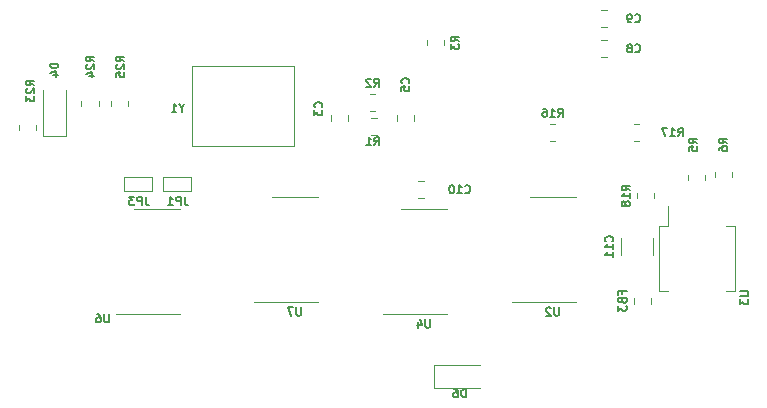
<source format=gbr>
G04 #@! TF.GenerationSoftware,KiCad,Pcbnew,5.1.5+dfsg1-2build2*
G04 #@! TF.CreationDate,2022-10-10T15:32:11+01:00*
G04 #@! TF.ProjectId,psion-speech-sp0256al2,7073696f-6e2d-4737-9065-6563682d7370,rev?*
G04 #@! TF.SameCoordinates,Original*
G04 #@! TF.FileFunction,Legend,Bot*
G04 #@! TF.FilePolarity,Positive*
%FSLAX46Y46*%
G04 Gerber Fmt 4.6, Leading zero omitted, Abs format (unit mm)*
G04 Created by KiCad (PCBNEW 5.1.5+dfsg1-2build2) date 2022-10-10 15:32:11*
%MOMM*%
%LPD*%
G04 APERTURE LIST*
%ADD10C,0.120000*%
%ADD11C,0.150000*%
G04 APERTURE END LIST*
D10*
X68300000Y-102800000D02*
X68200000Y-102800000D01*
X68300000Y-109600000D02*
X68300000Y-102800000D01*
X59600000Y-109600000D02*
X68300000Y-109600000D01*
X59600000Y-102800000D02*
X59600000Y-109600000D01*
X68200000Y-102800000D02*
X59600000Y-102800000D01*
X79248000Y-123815000D02*
X75798000Y-123815000D01*
X79248000Y-123815000D02*
X81198000Y-123815000D01*
X79248000Y-114945000D02*
X77298000Y-114945000D01*
X79248000Y-114945000D02*
X81198000Y-114945000D01*
X99897000Y-116366000D02*
X99897000Y-114676000D01*
X99152000Y-116366000D02*
X99897000Y-116366000D01*
X99152000Y-119126000D02*
X99152000Y-116366000D01*
X99152000Y-121886000D02*
X99897000Y-121886000D01*
X99152000Y-119126000D02*
X99152000Y-121886000D01*
X105572000Y-116366000D02*
X104827000Y-116366000D01*
X105572000Y-119126000D02*
X105572000Y-116366000D01*
X105572000Y-121886000D02*
X104827000Y-121886000D01*
X105572000Y-119126000D02*
X105572000Y-121886000D01*
X90170000Y-122799000D02*
X86720000Y-122799000D01*
X90170000Y-122799000D02*
X92120000Y-122799000D01*
X90170000Y-113929000D02*
X88220000Y-113929000D01*
X90170000Y-113929000D02*
X92120000Y-113929000D01*
X103913000Y-112241064D02*
X103913000Y-111786936D01*
X105383000Y-112241064D02*
X105383000Y-111786936D01*
X101627000Y-112495064D02*
X101627000Y-112040936D01*
X103097000Y-112495064D02*
X103097000Y-112040936D01*
X79529000Y-101065064D02*
X79529000Y-100610936D01*
X80999000Y-101065064D02*
X80999000Y-100610936D01*
X75157064Y-106653000D02*
X74702936Y-106653000D01*
X75157064Y-105183000D02*
X74702936Y-105183000D01*
X74806436Y-107215000D02*
X75260564Y-107215000D01*
X74806436Y-108685000D02*
X75260564Y-108685000D01*
X98642000Y-117398748D02*
X98642000Y-118821252D01*
X95922000Y-117398748D02*
X95922000Y-118821252D01*
X78732748Y-112549000D02*
X79255252Y-112549000D01*
X78732748Y-114019000D02*
X79255252Y-114019000D01*
X94226748Y-98071000D02*
X94749252Y-98071000D01*
X94226748Y-99541000D02*
X94749252Y-99541000D01*
X94226748Y-100611000D02*
X94749252Y-100611000D01*
X94226748Y-102081000D02*
X94749252Y-102081000D01*
X78459000Y-106926748D02*
X78459000Y-107449252D01*
X76989000Y-106926748D02*
X76989000Y-107449252D01*
X72871000Y-106926748D02*
X72871000Y-107449252D01*
X71401000Y-106926748D02*
X71401000Y-107449252D01*
X68326000Y-122799000D02*
X64876000Y-122799000D01*
X68326000Y-122799000D02*
X70276000Y-122799000D01*
X68326000Y-113929000D02*
X66376000Y-113929000D01*
X68326000Y-113929000D02*
X70276000Y-113929000D01*
X56642000Y-123815000D02*
X53192000Y-123815000D01*
X56642000Y-123815000D02*
X58592000Y-123815000D01*
X56642000Y-114945000D02*
X54692000Y-114945000D01*
X56642000Y-114945000D02*
X58592000Y-114945000D01*
X54235000Y-105772936D02*
X54235000Y-106227064D01*
X52765000Y-105772936D02*
X52765000Y-106227064D01*
X50265000Y-106227064D02*
X50265000Y-105772936D01*
X51735000Y-106227064D02*
X51735000Y-105772936D01*
X44985000Y-108227064D02*
X44985000Y-107772936D01*
X46455000Y-108227064D02*
X46455000Y-107772936D01*
X98779000Y-113564936D02*
X98779000Y-114019064D01*
X97309000Y-113564936D02*
X97309000Y-114019064D01*
X97054936Y-107723000D02*
X97509064Y-107723000D01*
X97054936Y-109193000D02*
X97509064Y-109193000D01*
X90397064Y-109193000D02*
X89942936Y-109193000D01*
X90397064Y-107723000D02*
X89942936Y-107723000D01*
X53918000Y-113376000D02*
X56218000Y-113376000D01*
X56218000Y-113376000D02*
X56218000Y-112176000D01*
X56218000Y-112176000D02*
X53918000Y-112176000D01*
X53918000Y-112176000D02*
X53918000Y-113376000D01*
X57220000Y-113376000D02*
X59520000Y-113376000D01*
X59520000Y-113376000D02*
X59520000Y-112176000D01*
X59520000Y-112176000D02*
X57220000Y-112176000D01*
X57220000Y-112176000D02*
X57220000Y-113376000D01*
X98525000Y-122420748D02*
X98525000Y-122943252D01*
X97055000Y-122420748D02*
X97055000Y-122943252D01*
X80150000Y-130100000D02*
X84050000Y-130100000D01*
X80150000Y-128100000D02*
X84050000Y-128100000D01*
X80150000Y-130100000D02*
X80150000Y-128100000D01*
X49000000Y-108750000D02*
X49000000Y-104850000D01*
X47000000Y-108750000D02*
X47000000Y-104850000D01*
X49000000Y-108750000D02*
X47000000Y-108750000D01*
D11*
X58753333Y-106409333D02*
X58753333Y-106742666D01*
X58986666Y-106042666D02*
X58753333Y-106409333D01*
X58520000Y-106042666D01*
X57920000Y-106742666D02*
X58320000Y-106742666D01*
X58120000Y-106742666D02*
X58120000Y-106042666D01*
X58186666Y-106142666D01*
X58253333Y-106209333D01*
X58320000Y-106242666D01*
X79781333Y-124276666D02*
X79781333Y-124843333D01*
X79748000Y-124910000D01*
X79714666Y-124943333D01*
X79648000Y-124976666D01*
X79514666Y-124976666D01*
X79448000Y-124943333D01*
X79414666Y-124910000D01*
X79381333Y-124843333D01*
X79381333Y-124276666D01*
X78748000Y-124510000D02*
X78748000Y-124976666D01*
X78914666Y-124243333D02*
X79081333Y-124743333D01*
X78648000Y-124743333D01*
X106042666Y-121894666D02*
X106609333Y-121894666D01*
X106676000Y-121928000D01*
X106709333Y-121961333D01*
X106742666Y-122028000D01*
X106742666Y-122161333D01*
X106709333Y-122228000D01*
X106676000Y-122261333D01*
X106609333Y-122294666D01*
X106042666Y-122294666D01*
X106042666Y-122561333D02*
X106042666Y-122994666D01*
X106309333Y-122761333D01*
X106309333Y-122861333D01*
X106342666Y-122928000D01*
X106376000Y-122961333D01*
X106442666Y-122994666D01*
X106609333Y-122994666D01*
X106676000Y-122961333D01*
X106709333Y-122928000D01*
X106742666Y-122861333D01*
X106742666Y-122661333D01*
X106709333Y-122594666D01*
X106676000Y-122561333D01*
X90703333Y-123260666D02*
X90703333Y-123827333D01*
X90670000Y-123894000D01*
X90636666Y-123927333D01*
X90570000Y-123960666D01*
X90436666Y-123960666D01*
X90370000Y-123927333D01*
X90336666Y-123894000D01*
X90303333Y-123827333D01*
X90303333Y-123260666D01*
X90003333Y-123327333D02*
X89970000Y-123294000D01*
X89903333Y-123260666D01*
X89736666Y-123260666D01*
X89670000Y-123294000D01*
X89636666Y-123327333D01*
X89603333Y-123394000D01*
X89603333Y-123460666D01*
X89636666Y-123560666D01*
X90036666Y-123960666D01*
X89603333Y-123960666D01*
X104964666Y-109357333D02*
X104631333Y-109124000D01*
X104964666Y-108957333D02*
X104264666Y-108957333D01*
X104264666Y-109224000D01*
X104298000Y-109290666D01*
X104331333Y-109324000D01*
X104398000Y-109357333D01*
X104498000Y-109357333D01*
X104564666Y-109324000D01*
X104598000Y-109290666D01*
X104631333Y-109224000D01*
X104631333Y-108957333D01*
X104264666Y-109957333D02*
X104264666Y-109824000D01*
X104298000Y-109757333D01*
X104331333Y-109724000D01*
X104431333Y-109657333D01*
X104564666Y-109624000D01*
X104831333Y-109624000D01*
X104898000Y-109657333D01*
X104931333Y-109690666D01*
X104964666Y-109757333D01*
X104964666Y-109890666D01*
X104931333Y-109957333D01*
X104898000Y-109990666D01*
X104831333Y-110024000D01*
X104664666Y-110024000D01*
X104598000Y-109990666D01*
X104564666Y-109957333D01*
X104531333Y-109890666D01*
X104531333Y-109757333D01*
X104564666Y-109690666D01*
X104598000Y-109657333D01*
X104664666Y-109624000D01*
X102424666Y-109357333D02*
X102091333Y-109124000D01*
X102424666Y-108957333D02*
X101724666Y-108957333D01*
X101724666Y-109224000D01*
X101758000Y-109290666D01*
X101791333Y-109324000D01*
X101858000Y-109357333D01*
X101958000Y-109357333D01*
X102024666Y-109324000D01*
X102058000Y-109290666D01*
X102091333Y-109224000D01*
X102091333Y-108957333D01*
X101724666Y-109990666D02*
X101724666Y-109657333D01*
X102058000Y-109624000D01*
X102024666Y-109657333D01*
X101991333Y-109724000D01*
X101991333Y-109890666D01*
X102024666Y-109957333D01*
X102058000Y-109990666D01*
X102124666Y-110024000D01*
X102291333Y-110024000D01*
X102358000Y-109990666D01*
X102391333Y-109957333D01*
X102424666Y-109890666D01*
X102424666Y-109724000D01*
X102391333Y-109657333D01*
X102358000Y-109624000D01*
X82230666Y-100721333D02*
X81897333Y-100488000D01*
X82230666Y-100321333D02*
X81530666Y-100321333D01*
X81530666Y-100588000D01*
X81564000Y-100654666D01*
X81597333Y-100688000D01*
X81664000Y-100721333D01*
X81764000Y-100721333D01*
X81830666Y-100688000D01*
X81864000Y-100654666D01*
X81897333Y-100588000D01*
X81897333Y-100321333D01*
X81530666Y-100954666D02*
X81530666Y-101388000D01*
X81797333Y-101154666D01*
X81797333Y-101254666D01*
X81830666Y-101321333D01*
X81864000Y-101354666D01*
X81930666Y-101388000D01*
X82097333Y-101388000D01*
X82164000Y-101354666D01*
X82197333Y-101321333D01*
X82230666Y-101254666D01*
X82230666Y-101054666D01*
X82197333Y-100988000D01*
X82164000Y-100954666D01*
X75046666Y-104584666D02*
X75280000Y-104251333D01*
X75446666Y-104584666D02*
X75446666Y-103884666D01*
X75180000Y-103884666D01*
X75113333Y-103918000D01*
X75080000Y-103951333D01*
X75046666Y-104018000D01*
X75046666Y-104118000D01*
X75080000Y-104184666D01*
X75113333Y-104218000D01*
X75180000Y-104251333D01*
X75446666Y-104251333D01*
X74780000Y-103951333D02*
X74746666Y-103918000D01*
X74680000Y-103884666D01*
X74513333Y-103884666D01*
X74446666Y-103918000D01*
X74413333Y-103951333D01*
X74380000Y-104018000D01*
X74380000Y-104084666D01*
X74413333Y-104184666D01*
X74813333Y-104584666D01*
X74380000Y-104584666D01*
X75046666Y-109536666D02*
X75280000Y-109203333D01*
X75446666Y-109536666D02*
X75446666Y-108836666D01*
X75180000Y-108836666D01*
X75113333Y-108870000D01*
X75080000Y-108903333D01*
X75046666Y-108970000D01*
X75046666Y-109070000D01*
X75080000Y-109136666D01*
X75113333Y-109170000D01*
X75180000Y-109203333D01*
X75446666Y-109203333D01*
X74380000Y-109536666D02*
X74780000Y-109536666D01*
X74580000Y-109536666D02*
X74580000Y-108836666D01*
X74646666Y-108936666D01*
X74713333Y-109003333D01*
X74780000Y-109036666D01*
X95232000Y-117660000D02*
X95265333Y-117626666D01*
X95298666Y-117526666D01*
X95298666Y-117460000D01*
X95265333Y-117360000D01*
X95198666Y-117293333D01*
X95132000Y-117260000D01*
X94998666Y-117226666D01*
X94898666Y-117226666D01*
X94765333Y-117260000D01*
X94698666Y-117293333D01*
X94632000Y-117360000D01*
X94598666Y-117460000D01*
X94598666Y-117526666D01*
X94632000Y-117626666D01*
X94665333Y-117660000D01*
X95298666Y-118326666D02*
X95298666Y-117926666D01*
X95298666Y-118126666D02*
X94598666Y-118126666D01*
X94698666Y-118060000D01*
X94765333Y-117993333D01*
X94798666Y-117926666D01*
X95298666Y-118993333D02*
X95298666Y-118593333D01*
X95298666Y-118793333D02*
X94598666Y-118793333D01*
X94698666Y-118726666D01*
X94765333Y-118660000D01*
X94798666Y-118593333D01*
X82746000Y-113534000D02*
X82779333Y-113567333D01*
X82879333Y-113600666D01*
X82946000Y-113600666D01*
X83046000Y-113567333D01*
X83112666Y-113500666D01*
X83146000Y-113434000D01*
X83179333Y-113300666D01*
X83179333Y-113200666D01*
X83146000Y-113067333D01*
X83112666Y-113000666D01*
X83046000Y-112934000D01*
X82946000Y-112900666D01*
X82879333Y-112900666D01*
X82779333Y-112934000D01*
X82746000Y-112967333D01*
X82079333Y-113600666D02*
X82479333Y-113600666D01*
X82279333Y-113600666D02*
X82279333Y-112900666D01*
X82346000Y-113000666D01*
X82412666Y-113067333D01*
X82479333Y-113100666D01*
X81646000Y-112900666D02*
X81579333Y-112900666D01*
X81512666Y-112934000D01*
X81479333Y-112967333D01*
X81446000Y-113034000D01*
X81412666Y-113167333D01*
X81412666Y-113334000D01*
X81446000Y-113467333D01*
X81479333Y-113534000D01*
X81512666Y-113567333D01*
X81579333Y-113600666D01*
X81646000Y-113600666D01*
X81712666Y-113567333D01*
X81746000Y-113534000D01*
X81779333Y-113467333D01*
X81812666Y-113334000D01*
X81812666Y-113167333D01*
X81779333Y-113034000D01*
X81746000Y-112967333D01*
X81712666Y-112934000D01*
X81646000Y-112900666D01*
X97144666Y-99056000D02*
X97178000Y-99089333D01*
X97278000Y-99122666D01*
X97344666Y-99122666D01*
X97444666Y-99089333D01*
X97511333Y-99022666D01*
X97544666Y-98956000D01*
X97578000Y-98822666D01*
X97578000Y-98722666D01*
X97544666Y-98589333D01*
X97511333Y-98522666D01*
X97444666Y-98456000D01*
X97344666Y-98422666D01*
X97278000Y-98422666D01*
X97178000Y-98456000D01*
X97144666Y-98489333D01*
X96811333Y-99122666D02*
X96678000Y-99122666D01*
X96611333Y-99089333D01*
X96578000Y-99056000D01*
X96511333Y-98956000D01*
X96478000Y-98822666D01*
X96478000Y-98556000D01*
X96511333Y-98489333D01*
X96544666Y-98456000D01*
X96611333Y-98422666D01*
X96744666Y-98422666D01*
X96811333Y-98456000D01*
X96844666Y-98489333D01*
X96878000Y-98556000D01*
X96878000Y-98722666D01*
X96844666Y-98789333D01*
X96811333Y-98822666D01*
X96744666Y-98856000D01*
X96611333Y-98856000D01*
X96544666Y-98822666D01*
X96511333Y-98789333D01*
X96478000Y-98722666D01*
X97144666Y-101596000D02*
X97178000Y-101629333D01*
X97278000Y-101662666D01*
X97344666Y-101662666D01*
X97444666Y-101629333D01*
X97511333Y-101562666D01*
X97544666Y-101496000D01*
X97578000Y-101362666D01*
X97578000Y-101262666D01*
X97544666Y-101129333D01*
X97511333Y-101062666D01*
X97444666Y-100996000D01*
X97344666Y-100962666D01*
X97278000Y-100962666D01*
X97178000Y-100996000D01*
X97144666Y-101029333D01*
X96744666Y-101262666D02*
X96811333Y-101229333D01*
X96844666Y-101196000D01*
X96878000Y-101129333D01*
X96878000Y-101096000D01*
X96844666Y-101029333D01*
X96811333Y-100996000D01*
X96744666Y-100962666D01*
X96611333Y-100962666D01*
X96544666Y-100996000D01*
X96511333Y-101029333D01*
X96478000Y-101096000D01*
X96478000Y-101129333D01*
X96511333Y-101196000D01*
X96544666Y-101229333D01*
X96611333Y-101262666D01*
X96744666Y-101262666D01*
X96811333Y-101296000D01*
X96844666Y-101329333D01*
X96878000Y-101396000D01*
X96878000Y-101529333D01*
X96844666Y-101596000D01*
X96811333Y-101629333D01*
X96744666Y-101662666D01*
X96611333Y-101662666D01*
X96544666Y-101629333D01*
X96511333Y-101596000D01*
X96478000Y-101529333D01*
X96478000Y-101396000D01*
X96511333Y-101329333D01*
X96544666Y-101296000D01*
X96611333Y-101262666D01*
X77974000Y-104277333D02*
X78007333Y-104244000D01*
X78040666Y-104144000D01*
X78040666Y-104077333D01*
X78007333Y-103977333D01*
X77940666Y-103910666D01*
X77874000Y-103877333D01*
X77740666Y-103844000D01*
X77640666Y-103844000D01*
X77507333Y-103877333D01*
X77440666Y-103910666D01*
X77374000Y-103977333D01*
X77340666Y-104077333D01*
X77340666Y-104144000D01*
X77374000Y-104244000D01*
X77407333Y-104277333D01*
X77340666Y-104910666D02*
X77340666Y-104577333D01*
X77674000Y-104544000D01*
X77640666Y-104577333D01*
X77607333Y-104644000D01*
X77607333Y-104810666D01*
X77640666Y-104877333D01*
X77674000Y-104910666D01*
X77740666Y-104944000D01*
X77907333Y-104944000D01*
X77974000Y-104910666D01*
X78007333Y-104877333D01*
X78040666Y-104810666D01*
X78040666Y-104644000D01*
X78007333Y-104577333D01*
X77974000Y-104544000D01*
X70608000Y-106309333D02*
X70641333Y-106276000D01*
X70674666Y-106176000D01*
X70674666Y-106109333D01*
X70641333Y-106009333D01*
X70574666Y-105942666D01*
X70508000Y-105909333D01*
X70374666Y-105876000D01*
X70274666Y-105876000D01*
X70141333Y-105909333D01*
X70074666Y-105942666D01*
X70008000Y-106009333D01*
X69974666Y-106109333D01*
X69974666Y-106176000D01*
X70008000Y-106276000D01*
X70041333Y-106309333D01*
X69974666Y-106542666D02*
X69974666Y-106976000D01*
X70241333Y-106742666D01*
X70241333Y-106842666D01*
X70274666Y-106909333D01*
X70308000Y-106942666D01*
X70374666Y-106976000D01*
X70541333Y-106976000D01*
X70608000Y-106942666D01*
X70641333Y-106909333D01*
X70674666Y-106842666D01*
X70674666Y-106642666D01*
X70641333Y-106576000D01*
X70608000Y-106542666D01*
X68859333Y-123260666D02*
X68859333Y-123827333D01*
X68826000Y-123894000D01*
X68792666Y-123927333D01*
X68726000Y-123960666D01*
X68592666Y-123960666D01*
X68526000Y-123927333D01*
X68492666Y-123894000D01*
X68459333Y-123827333D01*
X68459333Y-123260666D01*
X68192666Y-123260666D02*
X67726000Y-123260666D01*
X68026000Y-123960666D01*
X52603333Y-123822666D02*
X52603333Y-124389333D01*
X52570000Y-124456000D01*
X52536666Y-124489333D01*
X52470000Y-124522666D01*
X52336666Y-124522666D01*
X52270000Y-124489333D01*
X52236666Y-124456000D01*
X52203333Y-124389333D01*
X52203333Y-123822666D01*
X51570000Y-123822666D02*
X51703333Y-123822666D01*
X51770000Y-123856000D01*
X51803333Y-123889333D01*
X51870000Y-123989333D01*
X51903333Y-124122666D01*
X51903333Y-124389333D01*
X51870000Y-124456000D01*
X51836666Y-124489333D01*
X51770000Y-124522666D01*
X51636666Y-124522666D01*
X51570000Y-124489333D01*
X51536666Y-124456000D01*
X51503333Y-124389333D01*
X51503333Y-124222666D01*
X51536666Y-124156000D01*
X51570000Y-124122666D01*
X51636666Y-124089333D01*
X51770000Y-124089333D01*
X51836666Y-124122666D01*
X51870000Y-124156000D01*
X51903333Y-124222666D01*
X53910666Y-102420000D02*
X53577333Y-102186666D01*
X53910666Y-102020000D02*
X53210666Y-102020000D01*
X53210666Y-102286666D01*
X53244000Y-102353333D01*
X53277333Y-102386666D01*
X53344000Y-102420000D01*
X53444000Y-102420000D01*
X53510666Y-102386666D01*
X53544000Y-102353333D01*
X53577333Y-102286666D01*
X53577333Y-102020000D01*
X53277333Y-102686666D02*
X53244000Y-102720000D01*
X53210666Y-102786666D01*
X53210666Y-102953333D01*
X53244000Y-103020000D01*
X53277333Y-103053333D01*
X53344000Y-103086666D01*
X53410666Y-103086666D01*
X53510666Y-103053333D01*
X53910666Y-102653333D01*
X53910666Y-103086666D01*
X53210666Y-103720000D02*
X53210666Y-103386666D01*
X53544000Y-103353333D01*
X53510666Y-103386666D01*
X53477333Y-103453333D01*
X53477333Y-103620000D01*
X53510666Y-103686666D01*
X53544000Y-103720000D01*
X53610666Y-103753333D01*
X53777333Y-103753333D01*
X53844000Y-103720000D01*
X53877333Y-103686666D01*
X53910666Y-103620000D01*
X53910666Y-103453333D01*
X53877333Y-103386666D01*
X53844000Y-103353333D01*
X51370666Y-102420000D02*
X51037333Y-102186666D01*
X51370666Y-102020000D02*
X50670666Y-102020000D01*
X50670666Y-102286666D01*
X50704000Y-102353333D01*
X50737333Y-102386666D01*
X50804000Y-102420000D01*
X50904000Y-102420000D01*
X50970666Y-102386666D01*
X51004000Y-102353333D01*
X51037333Y-102286666D01*
X51037333Y-102020000D01*
X50737333Y-102686666D02*
X50704000Y-102720000D01*
X50670666Y-102786666D01*
X50670666Y-102953333D01*
X50704000Y-103020000D01*
X50737333Y-103053333D01*
X50804000Y-103086666D01*
X50870666Y-103086666D01*
X50970666Y-103053333D01*
X51370666Y-102653333D01*
X51370666Y-103086666D01*
X50904000Y-103686666D02*
X51370666Y-103686666D01*
X50637333Y-103520000D02*
X51137333Y-103353333D01*
X51137333Y-103786666D01*
X46290666Y-104452000D02*
X45957333Y-104218666D01*
X46290666Y-104052000D02*
X45590666Y-104052000D01*
X45590666Y-104318666D01*
X45624000Y-104385333D01*
X45657333Y-104418666D01*
X45724000Y-104452000D01*
X45824000Y-104452000D01*
X45890666Y-104418666D01*
X45924000Y-104385333D01*
X45957333Y-104318666D01*
X45957333Y-104052000D01*
X45657333Y-104718666D02*
X45624000Y-104752000D01*
X45590666Y-104818666D01*
X45590666Y-104985333D01*
X45624000Y-105052000D01*
X45657333Y-105085333D01*
X45724000Y-105118666D01*
X45790666Y-105118666D01*
X45890666Y-105085333D01*
X46290666Y-104685333D01*
X46290666Y-105118666D01*
X45590666Y-105352000D02*
X45590666Y-105785333D01*
X45857333Y-105552000D01*
X45857333Y-105652000D01*
X45890666Y-105718666D01*
X45924000Y-105752000D01*
X45990666Y-105785333D01*
X46157333Y-105785333D01*
X46224000Y-105752000D01*
X46257333Y-105718666D01*
X46290666Y-105652000D01*
X46290666Y-105452000D01*
X46257333Y-105385333D01*
X46224000Y-105352000D01*
X96710666Y-113342000D02*
X96377333Y-113108666D01*
X96710666Y-112942000D02*
X96010666Y-112942000D01*
X96010666Y-113208666D01*
X96044000Y-113275333D01*
X96077333Y-113308666D01*
X96144000Y-113342000D01*
X96244000Y-113342000D01*
X96310666Y-113308666D01*
X96344000Y-113275333D01*
X96377333Y-113208666D01*
X96377333Y-112942000D01*
X96710666Y-114008666D02*
X96710666Y-113608666D01*
X96710666Y-113808666D02*
X96010666Y-113808666D01*
X96110666Y-113742000D01*
X96177333Y-113675333D01*
X96210666Y-113608666D01*
X96310666Y-114408666D02*
X96277333Y-114342000D01*
X96244000Y-114308666D01*
X96177333Y-114275333D01*
X96144000Y-114275333D01*
X96077333Y-114308666D01*
X96044000Y-114342000D01*
X96010666Y-114408666D01*
X96010666Y-114542000D01*
X96044000Y-114608666D01*
X96077333Y-114642000D01*
X96144000Y-114675333D01*
X96177333Y-114675333D01*
X96244000Y-114642000D01*
X96277333Y-114608666D01*
X96310666Y-114542000D01*
X96310666Y-114408666D01*
X96344000Y-114342000D01*
X96377333Y-114308666D01*
X96444000Y-114275333D01*
X96577333Y-114275333D01*
X96644000Y-114308666D01*
X96677333Y-114342000D01*
X96710666Y-114408666D01*
X96710666Y-114542000D01*
X96677333Y-114608666D01*
X96644000Y-114642000D01*
X96577333Y-114675333D01*
X96444000Y-114675333D01*
X96377333Y-114642000D01*
X96344000Y-114608666D01*
X96310666Y-114542000D01*
X100780000Y-108774666D02*
X101013333Y-108441333D01*
X101180000Y-108774666D02*
X101180000Y-108074666D01*
X100913333Y-108074666D01*
X100846666Y-108108000D01*
X100813333Y-108141333D01*
X100780000Y-108208000D01*
X100780000Y-108308000D01*
X100813333Y-108374666D01*
X100846666Y-108408000D01*
X100913333Y-108441333D01*
X101180000Y-108441333D01*
X100113333Y-108774666D02*
X100513333Y-108774666D01*
X100313333Y-108774666D02*
X100313333Y-108074666D01*
X100380000Y-108174666D01*
X100446666Y-108241333D01*
X100513333Y-108274666D01*
X99880000Y-108074666D02*
X99413333Y-108074666D01*
X99713333Y-108774666D01*
X90620000Y-107124666D02*
X90853333Y-106791333D01*
X91020000Y-107124666D02*
X91020000Y-106424666D01*
X90753333Y-106424666D01*
X90686666Y-106458000D01*
X90653333Y-106491333D01*
X90620000Y-106558000D01*
X90620000Y-106658000D01*
X90653333Y-106724666D01*
X90686666Y-106758000D01*
X90753333Y-106791333D01*
X91020000Y-106791333D01*
X89953333Y-107124666D02*
X90353333Y-107124666D01*
X90153333Y-107124666D02*
X90153333Y-106424666D01*
X90220000Y-106524666D01*
X90286666Y-106591333D01*
X90353333Y-106624666D01*
X89353333Y-106424666D02*
X89486666Y-106424666D01*
X89553333Y-106458000D01*
X89586666Y-106491333D01*
X89653333Y-106591333D01*
X89686666Y-106724666D01*
X89686666Y-106991333D01*
X89653333Y-107058000D01*
X89620000Y-107091333D01*
X89553333Y-107124666D01*
X89420000Y-107124666D01*
X89353333Y-107091333D01*
X89320000Y-107058000D01*
X89286666Y-106991333D01*
X89286666Y-106824666D01*
X89320000Y-106758000D01*
X89353333Y-106724666D01*
X89420000Y-106691333D01*
X89553333Y-106691333D01*
X89620000Y-106724666D01*
X89653333Y-106758000D01*
X89686666Y-106824666D01*
X55701333Y-113892666D02*
X55701333Y-114392666D01*
X55734666Y-114492666D01*
X55801333Y-114559333D01*
X55901333Y-114592666D01*
X55968000Y-114592666D01*
X55368000Y-114592666D02*
X55368000Y-113892666D01*
X55101333Y-113892666D01*
X55034666Y-113926000D01*
X55001333Y-113959333D01*
X54968000Y-114026000D01*
X54968000Y-114126000D01*
X55001333Y-114192666D01*
X55034666Y-114226000D01*
X55101333Y-114259333D01*
X55368000Y-114259333D01*
X54734666Y-113892666D02*
X54301333Y-113892666D01*
X54534666Y-114159333D01*
X54434666Y-114159333D01*
X54368000Y-114192666D01*
X54334666Y-114226000D01*
X54301333Y-114292666D01*
X54301333Y-114459333D01*
X54334666Y-114526000D01*
X54368000Y-114559333D01*
X54434666Y-114592666D01*
X54634666Y-114592666D01*
X54701333Y-114559333D01*
X54734666Y-114526000D01*
X59003333Y-113892666D02*
X59003333Y-114392666D01*
X59036666Y-114492666D01*
X59103333Y-114559333D01*
X59203333Y-114592666D01*
X59270000Y-114592666D01*
X58670000Y-114592666D02*
X58670000Y-113892666D01*
X58403333Y-113892666D01*
X58336666Y-113926000D01*
X58303333Y-113959333D01*
X58270000Y-114026000D01*
X58270000Y-114126000D01*
X58303333Y-114192666D01*
X58336666Y-114226000D01*
X58403333Y-114259333D01*
X58670000Y-114259333D01*
X57603333Y-114592666D02*
X58003333Y-114592666D01*
X57803333Y-114592666D02*
X57803333Y-113892666D01*
X57870000Y-113992666D01*
X57936666Y-114059333D01*
X58003333Y-114092666D01*
X96060000Y-122098666D02*
X96060000Y-121865333D01*
X96426666Y-121865333D02*
X95726666Y-121865333D01*
X95726666Y-122198666D01*
X96060000Y-122698666D02*
X96093333Y-122798666D01*
X96126666Y-122832000D01*
X96193333Y-122865333D01*
X96293333Y-122865333D01*
X96360000Y-122832000D01*
X96393333Y-122798666D01*
X96426666Y-122732000D01*
X96426666Y-122465333D01*
X95726666Y-122465333D01*
X95726666Y-122698666D01*
X95760000Y-122765333D01*
X95793333Y-122798666D01*
X95860000Y-122832000D01*
X95926666Y-122832000D01*
X95993333Y-122798666D01*
X96026666Y-122765333D01*
X96060000Y-122698666D01*
X96060000Y-122465333D01*
X95726666Y-123098666D02*
X95726666Y-123532000D01*
X95993333Y-123298666D01*
X95993333Y-123398666D01*
X96026666Y-123465333D01*
X96060000Y-123498666D01*
X96126666Y-123532000D01*
X96293333Y-123532000D01*
X96360000Y-123498666D01*
X96393333Y-123465333D01*
X96426666Y-123398666D01*
X96426666Y-123198666D01*
X96393333Y-123132000D01*
X96360000Y-123098666D01*
X82812666Y-130872666D02*
X82812666Y-130172666D01*
X82646000Y-130172666D01*
X82546000Y-130206000D01*
X82479333Y-130272666D01*
X82446000Y-130339333D01*
X82412666Y-130472666D01*
X82412666Y-130572666D01*
X82446000Y-130706000D01*
X82479333Y-130772666D01*
X82546000Y-130839333D01*
X82646000Y-130872666D01*
X82812666Y-130872666D01*
X81812666Y-130172666D02*
X81946000Y-130172666D01*
X82012666Y-130206000D01*
X82046000Y-130239333D01*
X82112666Y-130339333D01*
X82146000Y-130472666D01*
X82146000Y-130739333D01*
X82112666Y-130806000D01*
X82079333Y-130839333D01*
X82012666Y-130872666D01*
X81879333Y-130872666D01*
X81812666Y-130839333D01*
X81779333Y-130806000D01*
X81746000Y-130739333D01*
X81746000Y-130572666D01*
X81779333Y-130506000D01*
X81812666Y-130472666D01*
X81879333Y-130439333D01*
X82012666Y-130439333D01*
X82079333Y-130472666D01*
X82112666Y-130506000D01*
X82146000Y-130572666D01*
X48322666Y-102607333D02*
X47622666Y-102607333D01*
X47622666Y-102774000D01*
X47656000Y-102874000D01*
X47722666Y-102940666D01*
X47789333Y-102974000D01*
X47922666Y-103007333D01*
X48022666Y-103007333D01*
X48156000Y-102974000D01*
X48222666Y-102940666D01*
X48289333Y-102874000D01*
X48322666Y-102774000D01*
X48322666Y-102607333D01*
X47856000Y-103607333D02*
X48322666Y-103607333D01*
X47589333Y-103440666D02*
X48089333Y-103274000D01*
X48089333Y-103707333D01*
M02*

</source>
